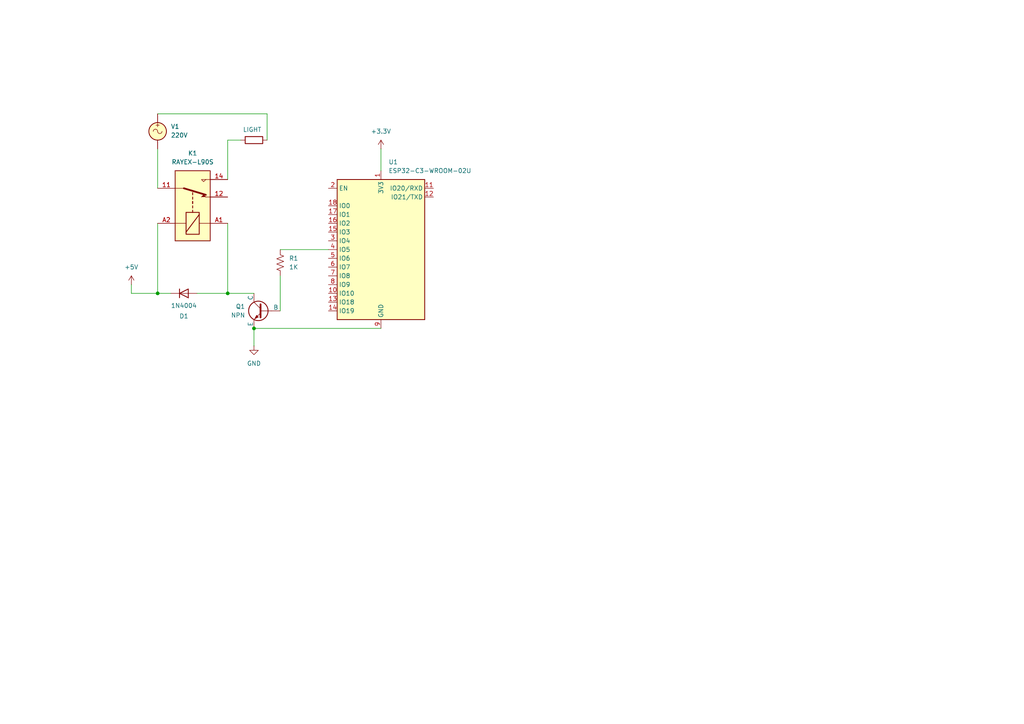
<source format=kicad_sch>
(kicad_sch (version 20231120) (generator "eeschema") (generator_version "8.0")
  (paper "A4")
  (lib_symbols
    (symbol "Device:R" (pin_numbers hide) (pin_names (offset 0))
      (property "Reference" "R" (at 2.032 0 90))
      (property "Value" "R" (at 0 0 90))
      (symbol "R_0_1"
        (rectangle (start -1.016 -2.54) (end 1.016 2.54) (stroke (width 0.254)))
      )
      (symbol "R_1_1"
        (pin passive line (at 0 3.81 270) (length 1.27) (name "~") (number "1"))
        (pin passive line (at 0 -3.81 90) (length 1.27) (name "~") (number "2"))
      )
    )
    (symbol "Device:R_US" (pin_numbers hide) (pin_names (offset 0))
      (property "Reference" "R" (at 2.54 0 90))
      (property "Value" "R_US" (at -2.54 0 90))
      (symbol "R_US_0_1"
        (polyline (pts (xy 0 -2.286) (xy 0 -2.54)))
        (polyline (pts (xy 0 2.286) (xy 0 2.54)))
        (polyline (pts (xy 0 -0.762) (xy 1.016 -1.143) (xy 0 -1.524) (xy -1.016 -1.905) (xy 0 -2.286)))
        (polyline (pts (xy 0 0.762) (xy 1.016 0.381) (xy 0 0) (xy -1.016 -0.381) (xy 0 -0.762)))
        (polyline (pts (xy 0 2.286) (xy 1.016 1.905) (xy 0 1.524) (xy -1.016 1.143) (xy 0 0.762)))
      )
      (symbol "R_US_1_1"
        (pin passive line (at 0 3.81 270) (length 1.27) (name "~") (number "1"))
        (pin passive line (at 0 -3.81 90) (length 1.27) (name "~") (number "2"))
      )
    )
    (symbol "Diode:1N4004" (pin_numbers hide) (pin_names hide)
      (property "Reference" "D" (at 0 2.54 0))
      (property "Value" "1N4004" (at 0 -2.54 0))
      (symbol "1N4004_0_1"
        (polyline (pts (xy -1.27 1.27) (xy -1.27 -1.27)) (stroke (width 0.254)))
        (polyline (pts (xy 1.27 0) (xy -1.27 0)))
        (polyline (pts (xy 1.27 1.27) (xy 1.27 -1.27) (xy -1.27 0) (xy 1.27 1.27)) (stroke (width 0.254)))
      )
      (symbol "1N4004_1_1"
        (pin passive line (at -3.81 0 0) (length 2.54) (name "K") (number "1"))
        (pin passive line (at 3.81 0 180) (length 2.54) (name "A") (number "2"))
      )
    )
    (symbol "RF_Module:ESP32-C3-WROOM-02U"
      (property "Reference" "U" (at -12.192 21.336 0))
      (property "Value" "ESP32-C3-WROOM-02U" (at 12.7 21.336 0))
      (symbol "ESP32-C3-WROOM-02U_1_1"
        (rectangle (start -12.7 20.32) (end 12.7 -20.32) (stroke (width 0.254)) (fill (type background)))
        (pin power_in line (at 0 22.86 270) (length 2.54) (name "3V3") (number "1"))
        (pin bidirectional line (at -15.24 -12.7 0) (length 2.54) (name "IO10") (number "10"))
        (pin bidirectional line (at 15.24 17.78 180) (length 2.54) (name "IO20/RXD") (number "11"))
        (pin bidirectional line (at 15.24 15.24 180) (length 2.54) (name "IO21/TXD") (number "12"))
        (pin bidirectional line (at -15.24 -15.24 0) (length 2.54) (name "IO18") (number "13"))
        (pin bidirectional line (at -15.24 -17.78 0) (length 2.54) (name "IO19") (number "14"))
        (pin bidirectional line (at -15.24 5.08 0) (length 2.54) (name "IO3") (number "15"))
        (pin bidirectional line (at -15.24 7.62 0) (length 2.54) (name "IO2") (number "16"))
        (pin bidirectional line (at -15.24 10.16 0) (length 2.54) (name "IO1") (number "17"))
        (pin bidirectional line (at -15.24 12.7 0) (length 2.54) (name "IO0") (number "18"))
        (pin passive line (at 0 -22.86 90) (length 2.54) hide (name "GND") (number "19"))
        (pin input line (at -15.24 17.78 0) (length 2.54) (name "EN") (number "2"))
        (pin bidirectional line (at -15.24 2.54 0) (length 2.54) (name "IO4") (number "3"))
        (pin bidirectional line (at -15.24 0 0) (length 2.54) (name "IO5") (number "4"))
        (pin bidirectional line (at -15.24 -2.54 0) (length 2.54) (name "IO6") (number "5"))
        (pin bidirectional line (at -15.24 -5.08 0) (length 2.54) (name "IO7") (number "6"))
        (pin bidirectional line (at -15.24 -7.62 0) (length 2.54) (name "IO8") (number "7"))
        (pin bidirectional line (at -15.24 -10.16 0) (length 2.54) (name "IO9") (number "8"))
        (pin power_in line (at 0 -22.86 90) (length 2.54) (name "GND") (number "9"))
      )
    )
    (symbol "Relay:RAYEX-L90S"
      (property "Reference" "K" (at 11.43 3.81 0))
      (property "Value" "RAYEX-L90S" (at 11.43 1.27 0))
      (symbol "RAYEX-L90S_1_0"
        (polyline (pts (xy 2.54 3.81) (xy 2.54 5.08)))
        (polyline (pts (xy 7.62 3.81) (xy 7.62 5.08)))
        (polyline (pts (xy 7.62 3.81) (xy 7.62 2.54) (xy 6.985 3.175) (xy 7.62 3.81)))
      )
      (symbol "RAYEX-L90S_1_1"
        (rectangle (start -10.16 5.08) (end 10.16 -5.08) (stroke (width 0.254)) (fill (type background)))
        (rectangle (start -8.255 1.905) (end -1.905 -1.905) (stroke (width 0.254)))
        (polyline (pts (xy -7.62 -1.905) (xy -2.54 1.905)) (stroke (width 0.254)))
        (polyline (pts (xy -5.08 -5.08) (xy -5.08 -1.905)))
        (polyline (pts (xy -5.08 5.08) (xy -5.08 1.905)))
        (polyline (pts (xy -1.905 0) (xy -1.27 0)) (stroke (width 0.254)))
        (polyline (pts (xy -0.635 0) (xy 0 0)) (stroke (width 0.254)))
        (polyline (pts (xy 0.635 0) (xy 1.27 0)) (stroke (width 0.254)))
        (polyline (pts (xy 0.635 0) (xy 1.27 0)) (stroke (width 0.254)))
        (polyline (pts (xy 1.905 0) (xy 2.54 0)) (stroke (width 0.254)))
        (polyline (pts (xy 3.175 0) (xy 3.81 0)) (stroke (width 0.254)))
        (polyline (pts (xy 5.08 -2.54) (xy 3.175 3.81)) (stroke (width 0.508)))
        (polyline (pts (xy 5.08 -2.54) (xy 5.08 -5.08)))
        (polyline (pts (xy 2.54 2.54) (xy 3.175 3.175) (xy 2.54 3.81)) (fill (type outline)))
        (pin passive line (at 5.08 -10.16 90) (length 5.08) (name "~") (number "11"))
        (pin passive line (at 2.54 10.16 270) (length 5.08) (name "~") (number "12"))
        (pin passive line (at 7.62 10.16 270) (length 5.08) (name "~") (number "14"))
        (pin passive line (at -5.08 10.16 270) (length 5.08) (name "~") (number "A1"))
        (pin passive line (at -5.08 -10.16 90) (length 5.08) (name "~") (number "A2"))
      )
    )
    (symbol "Simulation_SPICE:NPN" (pin_numbers hide) (pin_names (offset 0))
      (property "Reference" "Q" (at -2.54 7.62 0))
      (property "Value" "NPN" (at -2.54 5.08 0))
      (symbol "NPN_0_1"
        (polyline (pts (xy -2.54 0) (xy 0.635 0)) (stroke (width 0.1524)))
        (polyline (pts (xy 0.635 0.635) (xy 2.54 2.54)))
        (polyline (pts (xy 2.794 -1.27) (xy 2.794 -1.27)) (stroke (width 0.1524)))
        (polyline (pts (xy 2.794 -1.27) (xy 2.794 -1.27)) (stroke (width 0.1524)))
        (polyline (pts (xy 0.635 -0.635) (xy 2.54 -2.54) (xy 2.54 -2.54)))
        (polyline (pts (xy 0.635 1.905) (xy 0.635 -1.905) (xy 0.635 -1.905)) (stroke (width 0.508)))
        (polyline (pts (xy 1.27 -1.778) (xy 1.778 -1.27) (xy 2.286 -2.286) (xy 1.27 -1.778) (xy 1.27 -1.778)) (fill (type outline)))
        (circle (center 1.27 0) (radius 2.8194) (stroke (width 0.254)))
      )
      (symbol "NPN_1_1"
        (pin open_collector line (at 2.54 5.08 270) (length 2.54) (name "C") (number "1"))
        (pin input line (at -5.08 0 0) (length 2.54) (name "B") (number "2"))
        (pin open_emitter line (at 2.54 -5.08 90) (length 2.54) (name "E") (number "3"))
      )
    )
    (symbol "Simulation_SPICE:VSIN" (pin_numbers hide) (pin_names (offset 0.0254))
      (property "Reference" "V" (at 2.54 2.54 0))
      (property "Value" "VSIN" (at 2.54 0 0))
      (property "Sim.Params" "dc=0 ampl=1 f=1k ac=1" (at 2.54 -2.54 0))
      (symbol "VSIN_0_0"
        (arc (start 0 0) (mid -0.635 0.6323) (end -1.27 0))
        (arc (start 0 0) (mid 0.635 -0.6323) (end 1.27 0))
        (text "+" (at 0 1.905 0) (effects (font (size 1.27 1.27))))
      )
      (symbol "VSIN_0_1"
        (circle (center 0 0) (radius 2.54) (stroke (width 0.254)) (fill (type background)))
      )
      (symbol "VSIN_1_1"
        (pin passive line (at 0 5.08 270) (length 2.54) (name "~") (number "1"))
        (pin passive line (at 0 -5.08 90) (length 2.54) (name "~") (number "2"))
      )
    )
    (symbol "power:+3.3V" (power) (pin_numbers hide) (pin_names (offset 0) hide)
      (property "Value" "+3.3V" (at 0 3.556 0))
      (symbol "+3.3V_0_1"
        (polyline (pts (xy -0.762 1.27) (xy 0 2.54)))
        (polyline (pts (xy 0 0) (xy 0 2.54)))
        (polyline (pts (xy 0 2.54) (xy 0.762 1.27)))
      )
      (symbol "+3.3V_1_1"
        (pin power_in line (at 0 0 90) (length 0) (name "~") (number "1"))
      )
    )
    (symbol "power:+5V" (power) (pin_numbers hide) (pin_names (offset 0) hide)
      (property "Value" "+5V" (at 0 3.556 0))
      (symbol "+5V_0_1"
        (polyline (pts (xy -0.762 1.27) (xy 0 2.54)))
        (polyline (pts (xy 0 0) (xy 0 2.54)))
        (polyline (pts (xy 0 2.54) (xy 0.762 1.27)))
      )
      (symbol "+5V_1_1"
        (pin power_in line (at 0 0 90) (length 0) (name "~") (number "1"))
      )
    )
    (symbol "power:GND" (power) (pin_numbers hide) (pin_names (offset 0) hide)
      (property "Value" "GND" (at 0 -3.81 0))
      (symbol "GND_0_1"
        (polyline (pts (xy 0 0) (xy 0 -1.27) (xy 1.27 -1.27) (xy 0 -2.54) (xy -1.27 -1.27) (xy 0 -1.27)))
      )
      (symbol "GND_1_1"
        (pin power_in line (at 0 0 270) (length 0) (name "~") (number "1"))
      )
    )
  )
  (junction (at 66.04 85.09))
  (junction (at 73.66 95.25))
  (junction (at 45.72 85.09))
  (wire (pts (xy 73.66 95.25) (xy 110.49 95.25)))
  (wire (pts (xy 45.72 64.77) (xy 45.72 85.09)))
  (wire (pts (xy 110.49 43.18) (xy 110.49 49.53)))
  (wire (pts (xy 73.66 95.25) (xy 73.66 100.33)))
  (wire (pts (xy 66.04 85.09) (xy 73.66 85.09)))
  (wire (pts (xy 57.15 85.09) (xy 66.04 85.09)))
  (wire (pts (xy 66.04 52.07) (xy 66.04 40.64)))
  (wire (pts (xy 81.28 80.01) (xy 81.28 90.17)))
  (wire (pts (xy 77.47 33.02) (xy 77.47 40.64)))
  (wire (pts (xy 81.28 72.39) (xy 95.25 72.39)))
  (wire (pts (xy 45.72 43.18) (xy 45.72 54.61)))
  (wire (pts (xy 66.04 40.64) (xy 69.85 40.64)))
  (wire (pts (xy 38.1 85.09) (xy 45.72 85.09)))
  (wire (pts (xy 45.72 33.02) (xy 77.47 33.02)))
  (wire (pts (xy 66.04 64.77) (xy 66.04 85.09)))
  (wire (pts (xy 45.72 85.09) (xy 49.53 85.09)))
  (wire (pts (xy 38.1 82.55) (xy 38.1 85.09)))
  (symbol (lib_id "Simulation_SPICE:NPN") (at 76.2 90.17 0) (mirror y) (unit 1)
    (property "Reference" "Q1" (at 71.12 88.8999 0) (effects (justify left)))
    (property "Value" "NPN" (at 71.12 91.4399 0) (effects (justify left)))
    (property "Datasheet" "https://ngspice.sourceforge.io/docs/ngspice-html-manual/manual.xhtml#cha_BJTs" (effects (hide yes)))
    (property "Description" "Bipolar transistor symbol for simulation only, substrate tied to the emitter" (effects (hide yes)))
    (property "Sim.Device" "NPN" (effects (hide yes)))
    (property "Sim.Type" "GUMMELPOON" (effects (hide yes)))
    (property "Sim.Pins" "1=C 2=B 3=E" (effects (hide yes)))
  )
  (symbol (lib_id "Device:R") (at 73.66 40.64 270) (unit 1)
    (property "Reference" "LIGHT" (at 73.152 37.592 90))
    (property "Value" "R" (effects (hide yes)))
    (property "Description" "Resistor" (effects (hide yes)))
  )
  (symbol (lib_id "power:GND") (at 73.66 100.33 0) (mirror y) (unit 1)
    (property "Reference" "#PWR02" (effects (hide yes)))
    (property "Value" "GND" (at 73.66 105.41 0))
    (property "Description" "Power symbol creates a global label with name \"GND\" , ground" (effects (hide yes)))
  )
  (symbol (lib_id "Device:R_US") (at 81.28 76.2 0) (unit 1)
    (property "Reference" "R1" (at 83.82 74.9299 0) (effects (justify left)))
    (property "Value" "1K" (at 83.82 77.4699 0) (effects (justify left)))
    (property "Description" "Resistor, US symbol" (effects (hide yes)))
  )
  (symbol (lib_id "power:+3.3V") (at 110.49 43.18 0) (unit 1)
    (property "Reference" "#PWR03" (effects (hide yes)))
    (property "Value" "+3.3V" (at 110.49 38.1 0))
    (property "Description" "Power symbol creates a global label with name \"+3.3V\"" (effects (hide yes)))
  )
  (symbol (lib_id "Diode:1N4004") (at 53.34 85.09 0) (mirror x) (unit 1)
    (property "Reference" "D1" (at 53.34 91.694 0))
    (property "Value" "1N4004" (at 53.34 88.646 0))
    (property "Footprint" "Diode_THT:D_DO-41_SOD81_P10.16mm_Horizontal" (effects (hide yes)))
    (property "Datasheet" "http://www.vishay.com/docs/88503/1n4001.pdf" (effects (hide yes)))
    (property "Description" "400V 1A General Purpose Rectifier Diode, DO-41" (effects (hide yes)))
    (property "Sim.Device" "D" (effects (hide yes)))
    (property "Sim.Pins" "1=K 2=A" (effects (hide yes)))
  )
  (symbol (lib_id "power:+5V") (at 38.1 82.55 0) (unit 1)
    (property "Reference" "#PWR01" (effects (hide yes)))
    (property "Value" "+5V" (at 38.1 77.47 0))
    (property "Description" "Power symbol creates a global label with name \"+5V\"" (effects (hide yes)))
  )
  (symbol (lib_id "RF_Module:ESP32-C3-WROOM-02U") (at 110.49 72.39 0) (unit 1)
    (property "Reference" "U1" (at 112.6841 46.99 0) (effects (justify left)))
    (property "Value" "ESP32-C3-WROOM-02U" (at 112.6841 49.53 0) (effects (justify left)))
    (property "Footprint" "RF_Module:ESP32-C3-WROOM-02U" (effects (hide yes)))
    (property "Datasheet" "https://www.espressif.com/sites/default/files/documentation/esp32-c3-wroom-02_datasheet_en.pdf" (effects (hide yes)))
    (property "Description" "802.11 b/g/n Wi­Fi and Bluetooth 5 module, ESP32­C3 SoC, RISC­V microprocessor, On-board antenna" (effects (hide yes)))
  )
  (symbol (lib_id "Relay:RAYEX-L90S") (at 55.88 59.69 270) (mirror x) (unit 1)
    (property "Reference" "K1" (at 55.88 44.45 90))
    (property "Value" "RAYEX-L90S" (at 55.88 46.99 90))
    (property "Footprint" "Relay_THT:Relay_SPDT_RAYEX-L90S" (effects (hide yes)))
    (property "Datasheet" "https://a3.sofastcdn.com/attachment/7jioKBjnRiiSrjrjknRiwS77gwbf3zmp/L90-SERIES.pdf" (effects (hide yes)))
    (property "Description" "Power relay, Without Common Terminal between coil terminals, SPDT, 30A" (effects (hide yes)))
  )
  (symbol (lib_id "Simulation_SPICE:VSIN") (at 45.72 38.1 0) (unit 1)
    (property "Reference" "V1" (at 49.53 36.7001 0) (effects (justify left)))
    (property "Value" "220V" (at 49.53 39.2401 0) (effects (justify left)))
    (property "Datasheet" "https://ngspice.sourceforge.io/docs/ngspice-html-manual/manual.xhtml#sec_Independent_Sources_for" (effects (hide yes)))
    (property "Description" "Voltage source, sinusoidal" (effects (hide yes)))
    (property "Sim.Pins" "1=+ 2=-" (effects (hide yes)))
    (property "Sim.Params" "dc=0 ampl=1 f=1k ac=1" (effects (hide yes)))
    (property "Sim.Type" "SIN" (effects (hide yes)))
    (property "Sim.Device" "V" (effects (hide yes)))
  )
)
</source>
